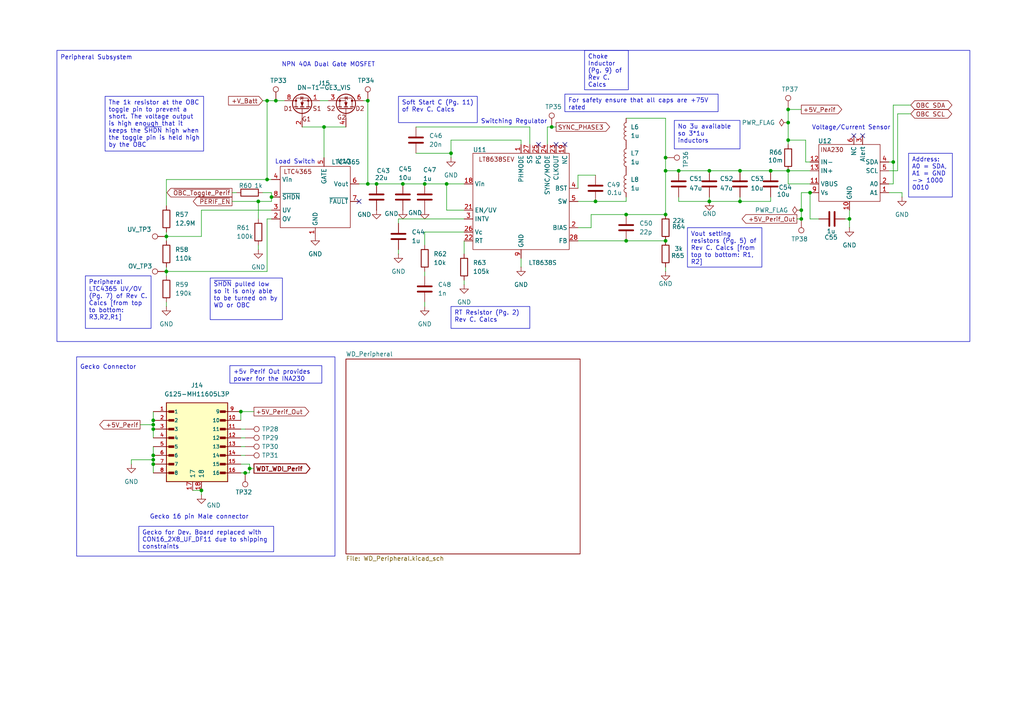
<source format=kicad_sch>
(kicad_sch (version 20250114) (generator "eeschema") (generator_version "9.0")
  (paper "A4")
  (lib_symbols
    (symbol "16 Pin Gecko Male Connector:G125-MH11605L3P" (pin_names (offset 1.016))
      (property "Reference" "J" (at -9.39 12.7 0))
      (property "Value" "G125-MH11605L3P" (at -8.89 -12.7 0))
      (symbol "G125-MH11605L3P_0_0"
        (rectangle (start -8.89 12.7) (end 8.89 -10.16) (stroke (width 0.254)) (fill (type background)))
        (rectangle (start -8.255 9.8425) (end -6.6675 10.4775) (stroke (width 0.1)) (fill (type outline)))
        (rectangle (start -8.255 7.3025) (end -6.6675 7.9375) (stroke (width 0.1)) (fill (type outline)))
        (rectangle (start -8.255 4.7625) (end -6.6675 5.3975) (stroke (width 0.1)) (fill (type outline)))
        (rectangle (start -8.255 2.2225) (end -6.6675 2.8575) (stroke (width 0.1)) (fill (type outline)))
        (rectangle (start -8.255 -0.3175) (end -6.6675 0.3175) (stroke (width 0.1)) (fill (type outline)))
        (rectangle (start -8.255 -2.8575) (end -6.6675 -2.2225) (stroke (width 0.1)) (fill (type outline)))
        (rectangle (start -8.255 -5.3975) (end -6.6675 -4.7625) (stroke (width 0.1)) (fill (type outline)))
        (rectangle (start -8.255 -7.9375) (end -6.6675 -7.3025) (stroke (width 0.1)) (fill (type outline)))
        (rectangle (start 8.255 9.8425) (end 6.6675 10.4775) (stroke (width 0.1)) (fill (type outline)))
        (rectangle (start 8.255 7.3025) (end 6.6675 7.9375) (stroke (width 0.1)) (fill (type outline)))
        (rectangle (start 8.255 4.7625) (end 6.6675 5.3975) (stroke (width 0.1)) (fill (type outline)))
        (rectangle (start 8.255 2.2225) (end 6.6675 2.8575) (stroke (width 0.1)) (fill (type outline)))
        (rectangle (start 8.255 -0.3175) (end 6.6675 0.3175) (stroke (width 0.1)) (fill (type outline)))
        (rectangle (start 8.255 -2.8575) (end 6.6675 -2.2225) (stroke (width 0.1)) (fill (type outline)))
        (rectangle (start 8.255 -5.3975) (end 6.6675 -4.7625) (stroke (width 0.1)) (fill (type outline)))
        (rectangle (start 8.255 -7.9375) (end 6.6675 -7.3025) (stroke (width 0.1)) (fill (type outline)))
        (pin passive line (at -12.7 10.16 0) (length 5.08) (name "1") (number "1"))
        (pin passive line (at -12.7 7.62 0) (length 5.08) (name "2") (number "2"))
        (pin passive line (at -12.7 5.08 0) (length 5.08) (name "3") (number "3"))
        (pin passive line (at -12.7 2.54 0) (length 5.08) (name "4") (number "4"))
        (pin passive line (at -12.7 0 0) (length 5.08) (name "5") (number "5"))
        (pin passive line (at -12.7 -2.54 0) (length 5.08) (name "6") (number "6"))
        (pin passive line (at -12.7 -5.08 0) (length 5.08) (name "7") (number "7"))
        (pin passive line (at -12.7 -7.62 0) (length 5.08) (name "8") (number "8"))
        (pin passive line (at 12.7 10.16 180) (length 5.08) (name "9") (number "9"))
        (pin passive line (at 12.7 7.62 180) (length 5.08) (name "10") (number "10"))
        (pin passive line (at 12.7 5.08 180) (length 5.08) (name "11") (number "11"))
        (pin passive line (at 12.7 2.54 180) (length 5.08) (name "12") (number "12"))
        (pin passive line (at 12.7 0 180) (length 5.08) (name "13") (number "13"))
        (pin passive line (at 12.7 -2.54 180) (length 5.08) (name "14") (number "14"))
        (pin passive line (at 12.7 -5.08 180) (length 5.08) (name "15") (number "15"))
        (pin passive line (at 12.7 -7.62 180) (length 5.08) (name "16") (number "16"))
      )
      (symbol "G125-MH11605L3P_1_1"
        (pin passive line (at -1.27 -12.7 90) (length 2.54) (name "17") (number "17"))
        (pin passive line (at 1.27 -12.7 90) (length 2.54) (name "18") (number "18"))
      )
    )
    (symbol "Connector:TestPoint" (pin_numbers (hide yes)) (pin_names (offset 0.762) (hide yes))
      (property "Reference" "TP" (at 0 6.858 0))
      (property "Value" "TestPoint" (at 0 5.08 0))
      (symbol "TestPoint_0_1"
        (circle (center 0 3.302) (radius 0.762))
      )
      (symbol "TestPoint_1_1"
        (pin passive line (at 0 0 90) (length 2.54) (name "1") (number "1"))
      )
    )
    (symbol "Device:C" (pin_numbers (hide yes)) (pin_names (offset 0.254))
      (property "Reference" "C" (at 0.635 2.54 0))
      (property "Value" "C" (at 0.635 -2.54 0))
      (symbol "C_0_1"
        (polyline (pts (xy -2.032 0.762) (xy 2.032 0.762)) (stroke (width 0.508)))
        (polyline (pts (xy -2.032 -0.762) (xy 2.032 -0.762)) (stroke (width 0.508)))
      )
      (symbol "C_1_1"
        (pin passive line (at 0 3.81 270) (length 2.794) (name "~") (number "1"))
        (pin passive line (at 0 -3.81 90) (length 2.794) (name "~") (number "2"))
      )
    )
    (symbol "Device:L" (pin_numbers (hide yes)) (pin_names (offset 1.016) (hide yes))
      (property "Reference" "L" (at -1.27 0 90))
      (property "Value" "L" (at 1.905 0 90))
      (symbol "L_0_1"
        (arc (start 0 2.54) (mid 0.6323 1.905) (end 0 1.27))
        (arc (start 0 1.27) (mid 0.6323 0.635) (end 0 0))
        (arc (start 0 0) (mid 0.6323 -0.635) (end 0 -1.27))
        (arc (start 0 -1.27) (mid 0.6323 -1.905) (end 0 -2.54))
      )
      (symbol "L_1_1"
        (pin passive line (at 0 3.81 270) (length 1.27) (name "1") (number "1"))
        (pin passive line (at 0 -3.81 90) (length 1.27) (name "2") (number "2"))
      )
    )
    (symbol "Device:R" (pin_numbers (hide yes)) (pin_names (offset 0))
      (property "Reference" "R" (at 2.032 0 90))
      (property "Value" "R" (at 0 0 90))
      (symbol "R_0_1"
        (rectangle (start -1.016 -2.54) (end 1.016 2.54) (stroke (width 0.254)))
      )
      (symbol "R_1_1"
        (pin passive line (at 0 3.81 270) (length 1.27) (name "~") (number "1"))
        (pin passive line (at 0 -3.81 90) (length 1.27) (name "~") (number "2"))
      )
    )
    (symbol "INA230:INA230 [RGT PACKAGE]"
      (property "Reference" "U" (at 7.62 7.62 0))
      (property "Value" "INA230" (at 0 0 0))
      (symbol "INA230 [RGT PACKAGE]_0_1"
        (rectangle (start -8.89 8.89) (end 8.89 -7.62))
      )
      (symbol "INA230 [RGT PACKAGE]_1_1"
        (text "INA230" (at -5.08 7.366 0) (effects (font (size 1.27 1.27))))
        (pin input line (at -11.43 3.81 0) (length 2.54) (name "IN-") (number "12"))
        (pin input line (at -11.43 1.27 0) (length 2.54) (name "IN+") (number "13"))
        (pin input line (at -11.43 -2.54 0) (length 2.54) (name "VBUS") (number "11"))
        (pin power_in line (at -11.43 -5.08 0) (length 2.54) (name "Vs") (number "9"))
        (pin power_in line (at 0 -10.16 90) (length 2.54) (name "GND") (number "10"))
        (pin passive line (at 1.27 11.43 270) (length 2.54) (name "NC") (number "6"))
        (pin output line (at 3.81 11.43 270) (length 2.54) (name "Alert") (number "3"))
        (pin bidirectional line (at 11.43 3.81 180) (length 2.54) (name "SDA") (number "4"))
        (pin bidirectional line (at 11.43 1.27 180) (length 2.54) (name "SCL") (number "5"))
        (pin input line (at 11.43 -2.54 180) (length 2.54) (name "A0") (number "2"))
        (pin input line (at 11.43 -5.08 180) (length 2.54) (name "A1") (number "1"))
      )
    )
    (symbol "LT8638SEV#PBF:LT863SEV#PBF"
      (property "Reference" "U" (at 12.954 -2.286 0))
      (property "Value" "LT8638S" (at 0 0 0))
      (symbol "LT863SEV#PBF_0_1"
        (rectangle (start -13.97 15.24) (end 13.97 -12.7))
      )
      (symbol "LT863SEV#PBF_1_1"
        (text "LT8638SEV\n" (at -7.112 13.462 0) (effects (font (size 1.27 1.27))))
        (pin power_in line (at -16.51 6.35 0) (length 2.54) (name "Vin") (number "18"))
        (pin input line (at -16.51 -1.27 0) (length 2.54) (name "EN/UV") (number "21"))
        (pin input line (at -16.51 -3.81 0) (length 2.54) (name "INTV") (number "3"))
        (pin input line (at -16.51 -7.62 0) (length 2.54) (name "Vc") (number "26"))
        (pin passive line (at -16.51 -10.16 0) (length 2.54) (name "RT") (number "22"))
        (pin passive line (at 0 17.78 270) (length 2.54) (name "PHMODE") (number "1"))
        (pin power_in line (at 0 -15.24 90) (length 2.54) (name "GND") (number "9"))
        (pin passive line (at 2.54 17.78 270) (length 2.54) (name "SS") (number "27"))
        (pin passive line (at 5.08 17.78 270) (length 2.54) (name "PG") (number "25"))
        (pin passive line (at 7.62 17.78 270) (length 2.54) (name "SYNC/MODE") (number "24"))
        (pin passive line (at 10.16 17.78 270) (length 2.54) (name "CLKOUT") (number "23"))
        (pin passive line (at 12.7 17.78 270) (length 2.54) (name "NC") (number "19"))
        (pin power_out line (at 16.51 5.08 180) (length 2.54) (name "BST") (number "4"))
        (pin power_out line (at 16.51 1.27 180) (length 2.54) (name "SW") (number "5"))
        (pin power_out line (at 16.51 -6.35 180) (length 2.54) (name "BIAS") (number "2"))
        (pin power_out line (at 16.51 -10.16 180) (length 2.54) (name "FB") (number "28"))
      )
    )
    (symbol "LTC4365:LTC4365"
      (property "Reference" "U" (at 7.874 -7.874 0))
      (property "Value" "LTC4365" (at 0 0 0))
      (symbol "LTC4365_0_1"
        (rectangle (start -11.43 8.89) (end 8.89 -8.89))
      )
      (symbol "LTC4365_1_1"
        (text "LTC4365\n" (at -6.35 7.366 0) (effects (font (size 1.27 1.27))))
        (pin power_in line (at -13.97 5.08 0) (length 2.54) (name "Vin") (number "4"))
        (pin passive line (at -13.97 0 0) (length 2.54) (name "~{SHDN}") (number "8"))
        (pin input line (at -13.97 -3.81 0) (length 2.54) (name "UV") (number "3"))
        (pin input line (at -13.97 -6.35 0) (length 2.54) (name "OV") (number "2"))
        (pin power_in line (at -1.27 -11.43 90) (length 2.54) (name "GND") (number "1"))
        (pin output line (at 1.27 11.43 270) (length 2.54) (name "GATE") (number "5"))
        (pin passive line (at 11.43 3.81 180) (length 2.54) (name "Vout") (number "6"))
        (pin output line (at 11.43 -1.27 180) (length 2.54) (name "~{FAULT}") (number "7"))
      )
    )
    (symbol "SISB46DN:SISB46DN"
      (property "Value" "DN-T1-GE3_VIS" (at 0 0 0))
      (symbol "SISB46DN_0_1"
        (polyline (pts (xy -8.89 1.27) (xy -8.128 1.27)))
        (polyline (pts (xy -8.636 -0.508) (xy -7.62 -0.508)) (stroke (width 0.254)))
        (polyline (pts (xy -8.255 -1.016) (xy -4.445 -1.016)) (stroke (width 0.254)))
        (circle (center -8.128 1.27) (radius 0.254) (fill (type outline)))
        (polyline (pts (xy -6.858 1.524) (xy -6.731 1.651) (xy -6.731 2.413) (xy -6.604 2.54)))
        (polyline (pts (xy -6.858 -0.508) (xy -5.842 -0.508)) (stroke (width 0.254)))
        (polyline (pts (xy -6.731 2.032) (xy -6.096 1.651) (xy -6.096 2.413) (xy -6.731 2.032)))
        (circle (center -6.35 0.381) (radius 2.794) (stroke (width 0.254)))
        (polyline (pts (xy -6.35 -0.254) (xy -6.731 0.762) (xy -5.969 0.762) (xy -6.35 -0.254)) (fill (type outline)))
        (polyline (pts (xy -6.35 -1.016) (xy -6.35 -3.81)))
        (polyline (pts (xy -5.08 -0.508) (xy -4.064 -0.508)) (stroke (width 0.254)))
        (circle (center -4.572 1.27) (radius 0.254) (fill (type outline)))
        (polyline (pts (xy -4.572 -0.508) (xy -4.572 2.032) (xy -8.128 2.032) (xy -8.128 -0.508)))
        (polyline (pts (xy -3.81 1.27) (xy -6.35 1.27) (xy -6.35 -0.508)))
        (polyline (pts (xy 3.81 1.27) (xy 6.35 1.27) (xy 6.35 -0.508)))
        (circle (center 4.572 1.27) (radius 0.254) (fill (type outline)))
        (polyline (pts (xy 4.572 -0.508) (xy 4.572 2.032) (xy 8.128 2.032) (xy 8.128 -0.508)))
        (polyline (pts (xy 5.08 -0.508) (xy 4.064 -0.508)) (stroke (width 0.254)))
        (circle (center 6.35 0.381) (radius 2.794) (stroke (width 0.254)))
        (polyline (pts (xy 6.35 -0.254) (xy 6.731 0.762) (xy 5.969 0.762) (xy 6.35 -0.254)) (fill (type outline)))
        (polyline (pts (xy 6.35 -1.016) (xy 6.35 -3.81)))
        (polyline (pts (xy 6.731 2.032) (xy 6.096 1.651) (xy 6.096 2.413) (xy 6.731 2.032)))
        (polyline (pts (xy 6.858 1.524) (xy 6.731 1.651) (xy 6.731 2.413) (xy 6.604 2.54)))
        (polyline (pts (xy 6.858 -0.508) (xy 5.842 -0.508)) (stroke (width 0.254)))
        (circle (center 8.128 1.27) (radius 0.254) (fill (type outline)))
        (polyline (pts (xy 8.255 -1.016) (xy 4.445 -1.016)) (stroke (width 0.254)))
        (polyline (pts (xy 8.636 -0.508) (xy 7.62 -0.508)) (stroke (width 0.254)))
        (polyline (pts (xy 8.89 1.27) (xy 8.128 1.27)))
      )
      (symbol "SISB46DN_1_1"
        (text "D1" (at -10.414 -1.016 0) (effects (font (size 1.27 1.27))))
        (text "G1" (at -5.08 -4.064 0) (effects (font (size 1.27 1.27))))
        (text "S1" (at -2.032 -1.016 0) (effects (font (size 1.27 1.27))))
        (text "S2" (at 2.032 -1.016 0) (effects (font (size 1.27 1.27))))
        (text "G2" (at 5.08 -3.556 0) (effects (font (size 1.27 1.27))))
        (text "D2" (at 10.414 -1.016 0) (effects (font (size 1.27 1.27))))
        (pin passive line (at -11.43 1.27 0) (length 2.54) (hide yes) (name "") (number "7"))
        (pin power_in line (at -11.43 1.27 0) (length 2.54) (name "") (number "8"))
        (pin input line (at -6.35 -6.35 90) (length 2.54) (name "") (number "2"))
        (pin passive line (at -1.27 1.27 180) (length 2.54) (name "") (number "1"))
        (pin passive line (at 1.27 1.27 0) (length 2.54) (name "") (number "3"))
        (pin input line (at 6.35 -6.35 90) (length 2.54) (name "") (number "4"))
        (pin passive line (at 11.43 1.27 180) (length 2.54) (hide yes) (name "") (number "5"))
        (pin power_out line (at 11.43 1.27 180) (length 2.54) (name "") (number "6"))
      )
    )
    (symbol "power:GND" (power) (pin_numbers (hide yes)) (pin_names (offset 0) (hide yes))
      (property "Value" "GND" (at 0 -3.81 0))
      (symbol "GND_0_1"
        (polyline (pts (xy 0 0) (xy 0 -1.27) (xy 1.27 -1.27) (xy 0 -2.54) (xy -1.27 -1.27) (xy 0 -1.27)))
      )
      (symbol "GND_1_1"
        (pin power_in line (at 0 0 270) (length 0) (name "~") (number "1"))
      )
    )
    (symbol "power:PWR_FLAG" (power) (pin_numbers (hide yes)) (pin_names (offset 0) (hide yes))
      (property "Value" "PWR_FLAG" (at 0 3.81 0))
      (symbol "PWR_FLAG_0_0"
        (pin power_out line (at 0 0 90) (length 0) (name "~") (number "1"))
      )
      (symbol "PWR_FLAG_0_1"
        (polyline (pts (xy 0 0) (xy 0 1.27) (xy -1.016 1.905) (xy 0 2.54) (xy 1.016 1.905) (xy 0 1.27)))
      )
    )
  )
  (rectangle (start 16.51 14.605) (end 281.305 99.06))
  (rectangle (start 22.225 103.505) (end 97.155 161.29))
  (text "NPN 40A Dual Gate MOSFET" (at 95.25 18.796 0) (effects (font (size 1.27 1.27))))
  (text "Peripheral Subsystem" (at 27.94 16.764 0) (effects (font (size 1.27 1.27))))
  (text "Load Switch" (at 85.598 46.99 0) (effects (font (size 1.27 1.27))))
  (text "Switching Regulator" (at 149.098 35.306 0) (effects (font (size 1.27 1.27))))
  (text "Gecko Connector" (at 31.369 106.553 0) (effects (font (size 1.27 1.27))))
  (text "Gecko 16 pin Male connector" (at 57.785 149.987 0) (effects (font (size 1.27 1.27))))
  (text "Voltage/Current Sensor" (at 246.888 37.084 0) (effects (font (size 1.27 1.27))))
  (text_box "The 1k resistor at the OBC toggle pin to prevent a short. The voltage output is high enough that it keeps the ~{SHDN} high when the toggle pin is held high by the OBC" (at 30.48 27.94 0) (size 28.575 15.875) (margins 0.9525 0.9525 0.9525 0.9525) (effects (font (size 1.27 1.27)) (justify left top)))
  (text_box "Vout setting resistors (Pg. 5) of Rev C. Calcs [from top to bottom: R1, R2]" (at 199.39 66.04 0) (size 21.59 11.43) (margins 0.9525 0.9525 0.9525 0.9525) (effects (font (size 1.27 1.27)) (justify left top)))
  (text_box "~{SHDN} pulled low so it is only able to be turned on by WD or OBC" (at 60.96 80.645 0) (size 20.955 12.065) (margins 0.9525 0.9525 0.9525 0.9525) (effects (font (size 1.27 1.27)) (justify left top)))
  (text_box "For safety ensure that all caps are +75V rated" (at 163.83 27.305 0) (size 44.45 5.08) (margins 0.9525 0.9525 0.9525 0.9525) (effects (font (size 1.27 1.27)) (justify left top)))
  (text_box "Gecko for Dev. Board replaced with CON16_2X8_UF_DF11 due to shipping constraints" (at 40.259 152.654 0) (size 39.116 7.366) (margins 0.9525 0.9525 0.9525 0.9525) (effects (font (size 1.27 1.27)) (justify left top)))
  (text_box "Address: A0 = SDA, A1 = GND -> 1000 0010\n\n" (at 263.525 44.45 0) (size 12.7 12.7) (margins 0.9525 0.9525 0.9525 0.9525) (effects (font (size 1.27 1.27)) (justify left top)))
  (text_box "Soft Start C (Pg. 11) of Rev C. Calcs" (at 115.57 27.94 0) (size 22.86 7.62) (margins 0.9525 0.9525 0.9525 0.9525) (effects (font (size 1.27 1.27)) (justify left top)))
  (text_box "No 3u available so 3*1u inductors" (at 195.58 34.925 0) (size 19.05 8.255) (margins 0.9525 0.9525 0.9525 0.9525) (effects (font (size 1.27 1.27)) (justify left top)))
  (text_box "Peripheral LTC4365 UV/OV (Pg. 7) of Rev C. Calcs [from top to bottom: R3,R2,R1]" (at 24.765 80.01 0) (size 19.05 15.24) (margins 0.9525 0.9525 0.9525 0.9525) (effects (font (size 1.27 1.27)) (justify left top)))
  (text_box "Choke Inductor (Pg. 9) of Rev C. Calcs" (at 169.545 14.605 0) (size 12.7 11.43) (margins 0.9525 0.9525 0.9525 0.9525) (effects (font (size 1.27 1.27)) (justify left top)))
  (text_box "+5v Perif Out provides power for the INA230" (at 66.675 106.045 0) (size 26.67 5.08) (margins 0.9525 0.9525 0.9525 0.9525) (effects (font (size 1.27 1.27)) (justify left top)))
  (text_box "RT Resistor (Pg. 2) Rev C. Calcs" (at 130.81 88.9 0) (size 22.86 6.35) (margins 0.9525 0.9525 0.9525 0.9525) (effects (font (size 1.27 1.27)) (justify left top)))
  (junction (at 44.45 134.62))
  (junction (at 77.47 52.07))
  (junction (at 228.6 35.56))
  (junction (at 109.22 53.34))
  (junction (at 129.54 53.34))
  (junction (at 74.93 58.42))
  (junction (at 246.38 63.5))
  (junction (at 93.98 36.83))
  (junction (at 106.68 53.34))
  (junction (at 58.42 142.24))
  (junction (at 214.63 58.42))
  (junction (at 72.39 135.89))
  (junction (at 193.04 45.72))
  (junction (at 196.85 49.53))
  (junction (at 78.74 57.15))
  (junction (at 77.47 29.21))
  (junction (at 193.04 69.85))
  (junction (at 160.02 36.83))
  (junction (at 44.45 133.35))
  (junction (at 181.61 69.85))
  (junction (at 228.6 49.53))
  (junction (at 71.12 137.16))
  (junction (at 234.95 55.88))
  (junction (at 130.81 44.45))
  (junction (at 106.68 29.21))
  (junction (at 223.52 49.53))
  (junction (at 44.45 124.46))
  (junction (at 214.63 49.53))
  (junction (at 48.26 78.74))
  (junction (at 44.45 123.19))
  (junction (at 205.74 49.53))
  (junction (at 232.41 60.96))
  (junction (at 116.84 53.34))
  (junction (at 123.19 53.34))
  (junction (at 80.01 29.21))
  (junction (at 44.45 132.08))
  (junction (at 232.41 63.5))
  (junction (at 69.85 119.38))
  (junction (at 193.04 62.23))
  (junction (at 48.26 68.58))
  (junction (at 193.04 49.53))
  (junction (at 172.72 58.42))
  (junction (at 181.61 62.23))
  (junction (at 205.74 58.42))
  (junction (at 44.45 121.92))
  (junction (at 228.6 40.64))
  (junction (at 228.6 31.75))
  (junction (at 259.08 46.99))
  (no_connect (at 247.65 39.37))
  (no_connect (at 163.83 41.91))
  (no_connect (at 104.14 58.42))
  (no_connect (at 161.29 41.91))
  (no_connect (at 156.21 41.91))
  (no_connect (at 250.19 39.37))
  (wire (pts (xy 171.45 62.23) (xy 171.45 66.04)))
  (wire (pts (xy 38.1 133.35) (xy 44.45 133.35)))
  (wire (pts (xy 123.19 87.63) (xy 123.19 88.9)))
  (wire (pts (xy 158.75 36.83) (xy 158.75 41.91)))
  (wire (pts (xy 58.42 142.24) (xy 58.42 143.51)))
  (wire (pts (xy 232.41 60.96) (xy 232.41 55.88)))
  (wire (pts (xy 228.6 49.53) (xy 234.95 49.53)))
  (wire (pts (xy 93.98 36.83) (xy 93.98 45.72)))
  (wire (pts (xy 193.04 49.53) (xy 193.04 62.23)))
  (wire (pts (xy 193.04 34.29) (xy 193.04 45.72)))
  (wire (pts (xy 38.1 134.62) (xy 38.1 133.35)))
  (wire (pts (xy 76.2 55.88) (xy 78.74 55.88)))
  (wire (pts (xy 115.57 72.39) (xy 115.57 73.66)))
  (wire (pts (xy 48.26 77.47) (xy 48.26 78.74)))
  (wire (pts (xy 257.81 55.88) (xy 261.62 55.88)))
  (wire (pts (xy 123.19 67.31) (xy 123.19 71.12)))
  (wire (pts (xy 48.26 52.07) (xy 77.47 52.07)))
  (wire (pts (xy 232.41 55.88) (xy 234.95 55.88)))
  (wire (pts (xy 245.11 63.5) (xy 246.38 63.5)))
  (wire (pts (xy 259.08 46.99) (xy 259.08 30.48)))
  (wire (pts (xy 104.14 53.34) (xy 106.68 53.34)))
  (wire (pts (xy 196.85 49.53) (xy 205.74 49.53)))
  (wire (pts (xy 74.93 58.42) (xy 78.74 58.42)))
  (wire (pts (xy 69.85 127) (xy 71.12 127)))
  (wire (pts (xy 58.42 60.96) (xy 58.42 68.58)))
  (wire (pts (xy 72.39 135.89) (xy 72.39 137.16)))
  (wire (pts (xy 151.13 40.64) (xy 130.81 40.64)))
  (wire (pts (xy 134.62 60.96) (xy 129.54 60.96)))
  (wire (pts (xy 69.85 132.08) (xy 71.12 132.08)))
  (wire (pts (xy 233.68 40.64) (xy 233.68 46.99)))
  (wire (pts (xy 193.04 45.72) (xy 193.04 49.53)))
  (wire (pts (xy 167.64 58.42) (xy 172.72 58.42)))
  (wire (pts (xy 167.64 69.85) (xy 181.61 69.85)))
  (wire (pts (xy 196.85 58.42) (xy 205.74 58.42)))
  (wire (pts (xy 48.26 68.58) (xy 58.42 68.58)))
  (wire (pts (xy 44.45 121.92) (xy 44.45 123.19)))
  (wire (pts (xy 116.84 53.34) (xy 123.19 53.34)))
  (wire (pts (xy 223.52 58.42) (xy 223.52 57.15)))
  (wire (pts (xy 228.6 40.64) (xy 233.68 40.64)))
  (wire (pts (xy 120.65 44.45) (xy 130.81 44.45)))
  (wire (pts (xy 171.45 62.23) (xy 181.61 62.23)))
  (wire (pts (xy 48.26 52.07) (xy 48.26 59.69)))
  (wire (pts (xy 80.01 29.21) (xy 82.55 29.21)))
  (wire (pts (xy 233.68 46.99) (xy 234.95 46.99)))
  (wire (pts (xy 260.35 49.53) (xy 260.35 33.02)))
  (wire (pts (xy 44.45 134.62) (xy 44.45 137.16)))
  (wire (pts (xy 193.04 78.74) (xy 193.04 77.47)))
  (wire (pts (xy 74.93 71.12) (xy 74.93 72.39)))
  (wire (pts (xy 44.45 133.35) (xy 44.45 134.62)))
  (wire (pts (xy 181.61 69.85) (xy 193.04 69.85)))
  (wire (pts (xy 205.74 49.53) (xy 214.63 49.53)))
  (wire (pts (xy 44.45 129.54) (xy 44.45 132.08)))
  (wire (pts (xy 205.74 58.42) (xy 214.63 58.42)))
  (wire (pts (xy 48.26 67.31) (xy 48.26 68.58)))
  (wire (pts (xy 93.98 36.83) (xy 100.33 36.83)))
  (wire (pts (xy 130.81 45.72) (xy 130.81 44.45)))
  (wire (pts (xy 181.61 58.42) (xy 181.61 57.15)))
  (wire (pts (xy 228.6 40.64) (xy 228.6 41.91)))
  (wire (pts (xy 205.74 57.15) (xy 205.74 58.42)))
  (wire (pts (xy 115.57 63.5) (xy 134.62 63.5)))
  (wire (pts (xy 78.74 55.88) (xy 78.74 57.15)))
  (wire (pts (xy 257.81 53.34) (xy 259.08 53.34)))
  (wire (pts (xy 214.63 49.53) (xy 223.52 49.53)))
  (wire (pts (xy 67.31 58.42) (xy 74.93 58.42)))
  (wire (pts (xy 69.85 129.54) (xy 71.12 129.54)))
  (wire (pts (xy 67.31 55.88) (xy 68.58 55.88)))
  (wire (pts (xy 69.85 119.38) (xy 69.85 121.92)))
  (wire (pts (xy 44.45 119.38) (xy 44.45 121.92)))
  (wire (pts (xy 134.62 81.28) (xy 134.62 82.55)))
  (wire (pts (xy 234.95 63.5) (xy 237.49 63.5)))
  (wire (pts (xy 172.72 58.42) (xy 181.61 58.42)))
  (wire (pts (xy 129.54 53.34) (xy 134.62 53.34)))
  (wire (pts (xy 48.26 87.63) (xy 48.26 88.9)))
  (wire (pts (xy 69.85 119.38) (xy 73.66 119.38)))
  (wire (pts (xy 48.26 78.74) (xy 77.47 78.74)))
  (wire (pts (xy 167.64 66.04) (xy 171.45 66.04)))
  (wire (pts (xy 153.67 36.83) (xy 120.65 36.83)))
  (wire (pts (xy 228.6 49.53) (xy 228.6 53.34)))
  (wire (pts (xy 257.81 46.99) (xy 259.08 46.99)))
  (wire (pts (xy 69.85 124.46) (xy 71.12 124.46)))
  (wire (pts (xy 181.61 34.29) (xy 193.04 34.29)))
  (wire (pts (xy 223.52 49.53) (xy 228.6 49.53)))
  (wire (pts (xy 109.22 53.34) (xy 116.84 53.34)))
  (wire (pts (xy 151.13 74.93) (xy 151.13 77.47)))
  (wire (pts (xy 246.38 66.04) (xy 246.38 63.5)))
  (wire (pts (xy 214.63 57.15) (xy 214.63 58.42)))
  (wire (pts (xy 130.81 40.64) (xy 130.81 44.45)))
  (wire (pts (xy 134.62 69.85) (xy 134.62 73.66)))
  (wire (pts (xy 58.42 60.96) (xy 78.74 60.96)))
  (wire (pts (xy 228.6 31.75) (xy 232.41 31.75)))
  (wire (pts (xy 260.35 33.02) (xy 264.16 33.02)))
  (wire (pts (xy 259.08 30.48) (xy 264.16 30.48)))
  (wire (pts (xy 234.95 55.88) (xy 234.95 63.5)))
  (wire (pts (xy 232.41 63.5) (xy 232.41 60.96)))
  (wire (pts (xy 77.47 63.5) (xy 78.74 63.5)))
  (wire (pts (xy 69.85 134.62) (xy 72.39 134.62)))
  (wire (pts (xy 77.47 52.07) (xy 78.74 52.07)))
  (wire (pts (xy 161.29 36.83) (xy 160.02 36.83)))
  (wire (pts (xy 228.6 53.34) (xy 234.95 53.34)))
  (wire (pts (xy 160.02 36.83) (xy 158.75 36.83)))
  (wire (pts (xy 261.62 55.88) (xy 261.62 57.15)))
  (wire (pts (xy 77.47 52.07) (xy 77.47 29.21)))
  (wire (pts (xy 77.47 78.74) (xy 77.47 63.5)))
  (wire (pts (xy 74.93 58.42) (xy 74.93 63.5)))
  (wire (pts (xy 196.85 57.15) (xy 196.85 58.42)))
  (wire (pts (xy 105.41 29.21) (xy 106.68 29.21)))
  (wire (pts (xy 40.64 123.19) (xy 44.45 123.19)))
  (wire (pts (xy 72.39 134.62) (xy 72.39 135.89)))
  (wire (pts (xy 48.26 68.58) (xy 48.26 69.85)))
  (wire (pts (xy 106.68 29.21) (xy 106.68 53.34)))
  (wire (pts (xy 78.74 58.42) (xy 78.74 57.15)))
  (wire (pts (xy 72.39 137.16) (xy 71.12 137.16)))
  (wire (pts (xy 257.81 49.53) (xy 260.35 49.53)))
  (wire (pts (xy 153.67 41.91) (xy 153.67 36.83)))
  (wire (pts (xy 129.54 60.96) (xy 129.54 53.34)))
  (wire (pts (xy 214.63 58.42) (xy 223.52 58.42)))
  (wire (pts (xy 48.26 78.74) (xy 48.26 80.01)))
  (wire (pts (xy 228.6 35.56) (xy 228.6 31.75)))
  (wire (pts (xy 151.13 40.64) (xy 151.13 41.91)))
  (wire (pts (xy 106.68 53.34) (xy 109.22 53.34)))
  (wire (pts (xy 167.64 54.61) (xy 167.64 50.8)))
  (wire (pts (xy 231.14 63.5) (xy 232.41 63.5)))
  (wire (pts (xy 72.39 135.89) (xy 73.66 135.89)))
  (wire (pts (xy 92.71 29.21) (xy 95.25 29.21)))
  (wire (pts (xy 44.45 123.19) (xy 44.45 124.46)))
  (wire (pts (xy 228.6 40.64) (xy 228.6 35.56)))
  (wire (pts (xy 167.64 50.8) (xy 172.72 50.8)))
  (wire (pts (xy 181.61 62.23) (xy 193.04 62.23)))
  (wire (pts (xy 259.08 53.34) (xy 259.08 46.99)))
  (wire (pts (xy 123.19 78.74) (xy 123.19 80.01)))
  (wire (pts (xy 44.45 124.46) (xy 44.45 127)))
  (wire (pts (xy 87.63 36.83) (xy 93.98 36.83)))
  (wire (pts (xy 246.38 63.5) (xy 246.38 60.96)))
  (wire (pts (xy 115.57 64.77) (xy 115.57 63.5)))
  (wire (pts (xy 134.62 67.31) (xy 123.19 67.31)))
  (wire (pts (xy 77.47 29.21) (xy 80.01 29.21)))
  (wire (pts (xy 44.45 132.08) (xy 44.45 133.35)))
  (wire (pts (xy 71.12 137.16) (xy 69.85 137.16)))
  (wire (pts (xy 55.88 142.24) (xy 58.42 142.24)))
  (wire (pts (xy 123.19 53.34) (xy 129.54 53.34)))
  (wire (pts (xy 76.2 29.21) (xy 77.47 29.21)))
  (wire (pts (xy 193.04 49.53) (xy 196.85 49.53)))
  (global_label "OBC SDA" (shape bidirectional) (at 264.16 30.48 0) (property "Intersheetrefs" "${INTERSHEET_REFS}" (effects (hide yes))))
  (global_label "+5V_Perif_Out" (shape output) (at 73.66 119.38 0) (property "Intersheetrefs" "${INTERSHEET_REFS}" (effects (hide yes))))
  (global_label "~{PERIF_EN}" (shape output) (at 67.31 58.42 180) (property "Intersheetrefs" "${INTERSHEET_REFS}" (effects (hide yes))))
  (global_label "+5V_Perif_Out" (shape output) (at 231.14 63.5 180) (property "Intersheetrefs" "${INTERSHEET_REFS}" (effects (hide yes))))
  (global_label "WDT_WDI_Perif" (shape output) (at 73.66 135.89 0) (effects (font (thickness 0.254) (bold yes))) (property "Intersheetrefs" "${INTERSHEET_REFS}" (effects (hide yes))))
  (global_label "SYNC_PHASE3" (shape output) (at 161.29 36.83 0) (property "Intersheetrefs" "${INTERSHEET_REFS}" (effects (hide yes))))
  (global_label "+5V_Perif" (shape output) (at 232.41 31.75 0) (property "Intersheetrefs" "${INTERSHEET_REFS}" (effects (hide yes))))
  (global_label "~{OBC_Toggle_Perif}" (shape output) (at 67.31 55.88 180) (property "Intersheetrefs" "${INTERSHEET_REFS}" (effects (hide yes))))
  (global_label "OBC SCL" (shape bidirectional) (at 264.16 33.02 0) (property "Intersheetrefs" "${INTERSHEET_REFS}" (effects (hide yes))))
  (global_label "+5V_Perif" (shape output) (at 40.64 123.19 180) (property "Intersheetrefs" "${INTERSHEET_REFS}" (effects (hide yes))))
  (global_label "+V_Batt" (shape input) (at 76.2 29.21 180) (property "Intersheetrefs" "${INTERSHEET_REFS}" (effects (hide yes))))
  (symbol (lib_id "power:GND") (at 205.74 58.42 0) (unit 1)
    (property "Reference" "#PWR073" (effects (hide yes)))
    (property "Value" "GND" (at 205.74 61.976 0))
    (property "Description" "Power symbol creates a global label with name \"GND\" , ground" (effects (hide yes)))
  )
  (symbol (lib_id "Device:R") (at 48.26 83.82 0) (unit 1)
    (property "Reference" "R59" (at 50.8 82.5499 0) (effects (justify left)))
    (property "Value" "190k" (at 50.8 85.0899 0) (effects (justify left)))
    (property "Footprint" "Resistor_SMD:R_0603_1608Metric" (effects (hide yes)))
    (property "Description" "Resistor" (effects (hide yes)))
    (property "LCSC" "C25811" (effects (hide yes)))
  )
  (symbol (lib_id "Connector:TestPoint") (at 71.12 124.46 270) (unit 1)
    (property "Reference" "TP28" (at 75.946 124.46 90) (effects (justify left)))
    (property "Value" "TestPoint" (effects (hide yes)))
    (property "Footprint" "TestPoint:TestPoint_Pad_1.0x1.0mm" (effects (hide yes)))
    (property "Description" "test point" (effects (hide yes)))
  )
  (symbol (lib_id "SISB46DN:SISB46DN") (at 93.98 30.48 0) (unit 1)
    (property "Reference" "J15" (at 93.98 24.13 0))
    (property "Value" "DN-T1-GE3_VIS" (at 93.98 25.4 0))
    (property "Footprint" "RevC Footprints:SISB46DN-T1-GE3" (effects (hide yes)))
    (property "Datasheet" "https://www.vishay.com/docs/76655/sisb46dn.pdf" (effects (hide yes)))
    (property "Description" "Dual N-Channel 40V (D-S) MOSFET" (effects (hide yes)))
  )
  (symbol (lib_id "Device:C") (at 181.61 66.04 0) (unit 1)
    (property "Reference" "C50" (at 185.42 64.7699 0) (effects (justify left)))
    (property "Value" "22p" (at 185.42 67.3099 0) (effects (justify left)))
    (property "Footprint" "Capacitor_SMD:C_1210_3225Metric" (effects (hide yes)))
    (property "Description" "Unpolarized capacitor" (effects (hide yes)))
  )
  (symbol (lib_id "Device:C") (at 241.3 63.5 270) (unit 1)
    (property "Reference" "C55" (at 241.046 68.834 90))
    (property "Value" "1u" (at 241.046 67.056 90))
    (property "Footprint" "Capacitor_SMD:C_1210_3225Metric" (effects (hide yes)))
    (property "Description" "Unpolarized capacitor" (effects (hide yes)))
    (property "LCSC" "C304010" (effects (hide yes)))
  )
  (symbol (lib_id "Device:R") (at 193.04 66.04 180) (unit 1)
    (property "Reference" "R64" (at 196.85 65.786 0))
    (property "Value" "22k" (at 196.85 64.008 0))
    (property "Footprint" "Resistor_SMD:R_0603_1608Metric" (effects (hide yes)))
    (property "Description" "Resistor" (effects (hide yes)))
    (property "LCSC" "C23344" (effects (hide yes)))
  )
  (symbol (lib_id "power:GND") (at 58.42 143.51 0) (unit 1)
    (property "Reference" "#PWR061" (effects (hide yes)))
    (property "Value" "GND" (at 61.976 146.558 0))
    (property "Description" "Power symbol creates a global label with name \"GND\" , ground" (effects (hide yes)))
  )
  (symbol (lib_id "Device:C") (at 116.84 57.15 0) (unit 1)
    (property "Reference" "C45" (at 115.57 49.022 0) (effects (justify left)))
    (property "Value" "10u" (at 115.57 51.562 0) (effects (justify left)))
    (property "Footprint" "Capacitor_SMD:C_1210_3225Metric" (effects (hide yes)))
    (property "Description" "Unpolarized capacitor" (effects (hide yes)))
  )
  (symbol (lib_id "power:GND") (at 130.81 45.72 0) (unit 1)
    (property "Reference" "#PWR069" (effects (hide yes)))
    (property "Value" "GND" (at 130.81 50.8 0))
    (property "Description" "Power symbol creates a global label with name \"GND\" , ground" (effects (hide yes)))
  )
  (symbol (lib_id "Device:C") (at 120.65 40.64 0) (unit 1)
    (property "Reference" "C46" (at 124.46 39.3699 0) (effects (justify left)))
    (property "Value" "20n" (at 124.46 41.9099 0) (effects (justify left)))
    (property "Footprint" "Capacitor_SMD:C_0603_1608Metric" (effects (hide yes)))
    (property "Description" "Unpolarized capacitor" (effects (hide yes)))
    (property "LCSC" "C87721" (effects (hide yes)))
  )
  (symbol (lib_id "Device:L") (at 181.61 45.72 180) (unit 1)
    (property "Reference" "L7" (at 182.88 44.4499 0) (effects (justify right)))
    (property "Value" "1u" (at 182.88 46.9899 0) (effects (justify right)))
    (property "Footprint" "RevC Footprints:XEL6030102MEC" (effects (hide yes)))
    (property "Description" "Inductor" (effects (hide yes)))
    (property "LCSC" "C5157561" (effects (hide yes)))
  )
  (symbol (lib_id "LTC4365:LTC4365") (at 92.71 57.15 0) (unit 1)
    (property "Reference" "U10" (at 97.79 46.736 0) (effects (justify left)))
    (property "Value" "LTC4365" (at 96.1233 46.99 0) (effects (justify left)))
    (property "Footprint" "RevC Footprints:LTC4365" (effects (hide yes)))
    (property "Datasheet" "https://www.analog.com/media/en/technical-documentation/data-sheets/LTC4365.pdf" (effects (hide yes)))
    (property "Description" "Overvoltage, Undervoltage and Reverse Supply Protection Controller" (effects (hide yes)))
    (property "LCSC" "C580882" (effects (hide yes)))
  )
  (symbol (lib_id "Connector:TestPoint") (at 71.12 129.54 270) (unit 1)
    (property "Reference" "TP30" (at 75.946 129.54 90) (effects (justify left)))
    (property "Value" "TestPoint" (effects (hide yes)))
    (property "Footprint" "TestPoint:TestPoint_Pad_1.0x1.0mm" (effects (hide yes)))
    (property "Description" "test point" (effects (hide yes)))
  )
  (symbol (lib_id "Connector:TestPoint") (at 71.12 132.08 270) (unit 1)
    (property "Reference" "TP31" (at 75.946 132.08 90) (effects (justify left)))
    (property "Value" "TestPoint" (effects (hide yes)))
    (property "Footprint" "TestPoint:TestPoint_Pad_1.0x1.0mm" (effects (hide yes)))
    (property "Description" "test point" (effects (hide yes)))
  )
  (symbol (lib_id "Connector:TestPoint") (at 193.04 45.72 270) (unit 1)
    (property "Reference" "TP36" (at 198.882 46.228 0))
    (property "Value" "TestPoint" (effects (hide yes)))
    (property "Footprint" "TestPoint:TestPoint_Pad_1.0x1.0mm" (effects (hide yes)))
    (property "Description" "test point" (effects (hide yes)))
  )
  (symbol (lib_id "power:GND") (at 116.84 60.96 0) (unit 1)
    (property "Reference" "#PWR066" (effects (hide yes)))
    (property "Value" "GND" (at 113.538 61.976 0))
    (property "Description" "Power symbol creates a global label with name \"GND\" , ground" (effects (hide yes)))
  )
  (symbol (lib_id "power:GND") (at 134.62 82.55 0) (unit 1)
    (property "Reference" "#PWR070" (effects (hide yes)))
    (property "Value" "GND" (at 134.62 87.63 0))
    (property "Description" "Power symbol creates a global label with name \"GND\" , ground" (effects (hide yes)))
  )
  (symbol (lib_id "Device:R") (at 48.26 63.5 0) (unit 1)
    (property "Reference" "R57" (at 50.8 62.2299 0) (effects (justify left)))
    (property "Value" "12.9M" (at 50.8 64.7699 0) (effects (justify left)))
    (property "Footprint" "Resistor_SMD:R_0603_1608Metric" (effects (hide yes)))
    (property "Description" "Resistor" (effects (hide yes)))
  )
  (symbol (lib_id "Connector:TestPoint") (at 228.6 31.75 0) (unit 1)
    (property "Reference" "TP37" (at 229.108 25.908 0))
    (property "Value" "TestPoint" (effects (hide yes)))
    (property "Footprint" "TestPoint:TestPoint_Pad_1.0x1.0mm" (effects (hide yes)))
    (property "Description" "test point" (effects (hide yes)))
  )
  (symbol (lib_id "power:GND") (at 48.26 88.9 0) (unit 1)
    (property "Reference" "#PWR060" (effects (hide yes)))
    (property "Value" "GND" (at 48.26 93.98 0))
    (property "Description" "Power symbol creates a global label with name \"GND\" , ground" (effects (hide yes)))
  )
  (symbol (lib_id "Device:C") (at 123.19 83.82 0) (unit 1)
    (property "Reference" "C48" (at 127 82.5499 0) (effects (justify left)))
    (property "Value" "1n" (at 127 85.0899 0) (effects (justify left)))
    (property "Footprint" "Capacitor_SMD:C_0603_1608Metric" (effects (hide yes)))
    (property "Description" "Unpolarized capacitor" (effects (hide yes)))
    (property "LCSC" "C2173372" (effects (hide yes)))
  )
  (symbol (lib_id "power:GND") (at 123.19 60.96 0) (unit 1)
    (property "Reference" "#PWR067" (effects (hide yes)))
    (property "Value" "GND" (at 120.396 61.722 0))
    (property "Description" "Power symbol creates a global label with name \"GND\" , ground" (effects (hide yes)))
  )
  (symbol (lib_id "Device:R") (at 123.19 74.93 0) (unit 1)
    (property "Reference" "R62" (at 125.73 73.6599 0) (effects (justify left)))
    (property "Value" "10k" (at 125.73 76.1999 0) (effects (justify left)))
    (property "Footprint" "Resistor_SMD:R_0603_1608Metric" (effects (hide yes)))
    (property "Description" "Resistor" (effects (hide yes)))
    (property "LCSC" "C13564" (effects (hide yes)))
  )
  (symbol (lib_id "power:GND") (at 74.93 72.39 0) (unit 1)
    (property "Reference" "#PWR062" (effects (hide yes)))
    (property "Value" "GND" (at 74.93 77.47 0))
    (property "Description" "Power symbol creates a global label with name \"GND\" , ground" (effects (hide yes)))
  )
  (symbol (lib_id "Connector:TestPoint") (at 160.02 36.83 0) (unit 1)
    (property "Reference" "TP35" (at 160.528 30.988 0))
    (property "Value" "TestPoint" (effects (hide yes)))
    (property "Footprint" "TestPoint:TestPoint_Pad_1.0x1.0mm" (effects (hide yes)))
    (property "Description" "test point" (effects (hide yes)))
  )
  (symbol (lib_id "Connector:TestPoint") (at 71.12 127 270) (unit 1)
    (property "Reference" "TP29" (at 75.946 127 90) (effects (justify left)))
    (property "Value" "TestPoint" (effects (hide yes)))
    (property "Footprint" "TestPoint:TestPoint_Pad_1.0x1.0mm" (effects (hide yes)))
    (property "Description" "test point" (effects (hide yes)))
  )
  (symbol (lib_id "power:GND") (at 123.19 88.9 0) (unit 1)
    (property "Reference" "#PWR068" (effects (hide yes)))
    (property "Value" "GND" (at 123.19 93.98 0))
    (property "Description" "Power symbol creates a global label with name \"GND\" , ground" (effects (hide yes)))
  )
  (symbol (lib_id "Connector:TestPoint") (at 232.41 63.5 180) (unit 1)
    (property "Reference" "TP38" (at 231.902 69.342 0))
    (property "Value" "TestPoint" (effects (hide yes)))
    (property "Footprint" "TestPoint:TestPoint_Pad_1.0x1.0mm" (effects (hide yes)))
    (property "Description" "test point" (effects (hide yes)))
  )
  (symbol (lib_id "Device:L") (at 181.61 53.34 180) (unit 1)
    (property "Reference" "L8" (at 182.88 52.0699 0) (effects (justify right)))
    (property "Value" "1u" (at 182.88 54.6099 0) (effects (justify right)))
    (property "Footprint" "RevC Footprints:XEL6030102MEC" (effects (hide yes)))
    (property "Description" "Inductor" (effects (hide yes)))
    (property "LCSC" "C5157561" (effects (hide yes)))
  )
  (symbol (lib_id "Device:L") (at 181.61 38.1 180) (unit 1)
    (property "Reference" "L6" (at 182.88 36.8299 0) (effects (justify right)))
    (property "Value" "1u" (at 182.88 39.3699 0) (effects (justify right)))
    (property "Footprint" "RevC Footprints:XEL6030102MEC" (effects (hide yes)))
    (property "Description" "Inductor" (effects (hide yes)))
    (property "LCSC" "C5157561" (effects (hide yes)))
  )
  (symbol (lib_id "Device:C") (at 223.52 53.34 0) (unit 1)
    (property "Reference" "C54" (at 225.806 54.356 0) (effects (justify left)))
    (property "Value" "10u" (at 225.298 56.388 0) (effects (justify left)))
    (property "Footprint" "Capacitor_SMD:C_1210_3225Metric" (effects (hide yes)))
    (property "Description" "Unpolarized capacitor" (effects (hide yes)))
  )
  (symbol (lib_id "Device:C") (at 123.19 57.15 0) (unit 1)
    (property "Reference" "C47" (at 122.682 49.276 0) (effects (justify left)))
    (property "Value" "1u" (at 122.682 51.816 0) (effects (justify left)))
    (property "Footprint" "Capacitor_SMD:C_1210_3225Metric" (effects (hide yes)))
    (property "Description" "Unpolarized capacitor" (effects (hide yes)))
    (property "LCSC" "C304010" (effects (hide yes)))
  )
  (symbol (lib_id "power:GND") (at 109.22 60.96 0) (unit 1)
    (property "Reference" "#PWR064" (effects (hide yes)))
    (property "Value" "GND" (at 105.664 62.23 0))
    (property "Description" "Power symbol creates a global label with name \"GND\" , ground" (effects (hide yes)))
  )
  (symbol (lib_id "power:GND") (at 193.04 78.74 0) (unit 1)
    (property "Reference" "#PWR072" (effects (hide yes)))
    (property "Value" "GND" (at 193.04 82.296 0))
    (property "Description" "Power symbol creates a global label with name \"GND\" , ground" (effects (hide yes)))
  )
  (symbol (lib_id "Connector:TestPoint") (at 48.26 78.74 90) (unit 1)
    (property "Reference" "OV_TP3" (at 40.64 77.216 90))
    (property "Value" "TestPoint" (effects (hide yes)))
    (property "Footprint" "TestPoint:TestPoint_Pad_1.0x1.0mm" (effects (hide yes)))
    (property "Description" "test point" (effects (hide yes)))
  )
  (symbol (lib_id "power:GND") (at 261.62 57.15 0) (unit 1)
    (property "Reference" "#PWR075" (effects (hide yes)))
    (property "Value" "GND" (at 261.62 62.23 0))
    (property "Description" "Power symbol creates a global label with name \"GND\" , ground" (effects (hide yes)))
  )
  (symbol (lib_id "power:GND") (at 38.1 134.62 0) (unit 1)
    (property "Reference" "#PWR059" (effects (hide yes)))
    (property "Value" "GND" (at 38.1 139.7 0))
    (property "Description" "Power symbol creates a global label with name \"GND\" , ground" (effects (hide yes)))
  )
  (symbol (lib_id "Device:R") (at 74.93 67.31 0) (unit 1)
    (property "Reference" "R61" (at 68.58 66.04 0) (effects (justify left)))
    (property "Value" "100k" (at 68.58 68.58 0) (effects (justify left)))
    (property "Footprint" "Resistor_SMD:R_0603_1608Metric" (effects (hide yes)))
    (property "Description" "Resistor" (effects (hide yes)))
    (property "LCSC" "C14675" (effects (hide yes)))
  )
  (symbol (lib_id "LT8638SEV#PBF:LT863SEV#PBF") (at 151.13 59.69 0) (unit 1)
    (property "Reference" "U11" (at 137.16 43.434 0) (effects (justify left)))
    (property "Value" "LT8638S" (at 153.2733 76.2 0) (effects (justify left)))
    (property "Footprint" "RevC Footprints:LT8638SEVPBF" (effects (hide yes)))
    (property "Datasheet" "https://www.mouser.com/datasheet/2/609/lt8638s-2301712.pdf" (effects (hide yes)))
    (property "Description" "42V, 10A/12A Peak Synchronous Step-Down Silent Switcher 2" (effects (hide yes)))
  )
  (symbol (lib_id "Device:R") (at 48.26 73.66 0) (unit 1)
    (property "Reference" "R58" (at 50.8 72.3899 0) (effects (justify left)))
    (property "Value" "110k" (at 50.8 74.9299 0) (effects (justify left)))
    (property "Footprint" "Resistor_SMD:R_0603_1608Metric" (effects (hide yes)))
    (property "Description" "Resistor" (effects (hide yes)))
    (property "LCSC" "C25805" (effects (hide yes)))
  )
  (symbol (lib_id "Connector:TestPoint") (at 106.68 29.21 0) (unit 1)
    (property "Reference" "TP34" (at 106.172 23.368 0))
    (property "Value" "TestPoint" (effects (hide yes)))
    (property "Footprint" "TestPoint:TestPoint_Pad_1.0x1.0mm" (effects (hide yes)))
    (property "Description" "test point" (effects (hide yes)))
  )
  (symbol (lib_id "16 Pin Gecko Male Connector:G125-MH11605L3P") (at 57.15 129.54 0) (unit 1)
    (property "Reference" "J14" (at 57.15 111.76 0))
    (property "Value" "G125-MH11605L3P" (at 57.15 114.3 0))
    (property "Footprint" "RevC Footprints:CON16_2X8_UF_DF11" (effects (hide yes)))
    (property "MANUFACTURER" "HARWIN" (effects (hide yes)))
  )
  (symbol (lib_id "INA230:INA230 [RGT PACKAGE]") (at 246.38 50.8 0) (unit 1)
    (property "Reference" "U12" (at 237.236 40.894 0) (effects (justify left)))
    (property "Value" "INA230" (effects (hide yes)))
    (property "Footprint" "RevC Footprints:INA230AIRGTT" (effects (hide yes)))
    (property "Datasheet" "https://www.ti.com/lit/ds/symlink/ina230.pdf?ts=1739195723292" (effects (hide yes)))
    (property "Description" "INA230 36V, 16-Bit, I2C Output Current, Voltage and Power Monitor With Alert" (effects (hide yes)))
  )
  (symbol (lib_id "Device:C") (at 214.63 53.34 0) (unit 1)
    (property "Reference" "C53" (at 217.678 51.816 0) (effects (justify left)))
    (property "Value" "10u" (at 217.678 54.61 0) (effects (justify left)))
    (property "Footprint" "Capacitor_SMD:C_1210_3225Metric" (effects (hide yes)))
    (property "Description" "Unpolarized capacitor" (effects (hide yes)))
  )
  (symbol (lib_id "Connector:TestPoint") (at 48.26 68.58 90) (unit 1)
    (property "Reference" "UV_TP3" (at 40.386 66.548 90))
    (property "Value" "TestPoint" (effects (hide yes)))
    (property "Footprint" "TestPoint:TestPoint_Pad_1.0x1.0mm" (effects (hide yes)))
    (property "Description" "test point" (effects (hide yes)))
  )
  (symbol (lib_id "Device:R") (at 134.62 77.47 0) (unit 1)
    (property "Reference" "R63" (at 137.16 76.1999 0) (effects (justify left)))
    (property "Value" "105k" (at 137.16 78.7399 0) (effects (justify left)))
    (property "Footprint" "Resistor_SMD:R_0603_1608Metric" (effects (hide yes)))
    (property "Description" "Resistor" (effects (hide yes)))
    (property "LCSC" "C16840" (effects (hide yes)))
  )
  (symbol (lib_id "Device:R") (at 228.6 45.72 0) (unit 1)
    (property "Reference" "R66" (at 223.012 44.196 0) (effects (justify left)))
    (property "Value" "10m" (at 222.758 46.482 0) (effects (justify left)))
    (property "Footprint" "Resistor_SMD:R_2512_6332Metric" (effects (hide yes)))
    (property "Description" "Resistor" (effects (hide yes)))
  )
  (symbol (lib_id "Device:R") (at 72.39 55.88 90) (unit 1)
    (property "Reference" "R60" (at 73.152 53.848 90) (effects (justify left)))
    (property "Value" "1k" (at 76.2 53.848 90) (effects (justify left)))
    (property "Footprint" "Resistor_SMD:R_0603_1608Metric" (effects (hide yes)))
    (property "Description" "Resistor" (effects (hide yes)))
    (property "LCSC" "C13163" (effects (hide yes)))
  )
  (symbol (lib_id "Connector:TestPoint") (at 80.01 29.21 0) (unit 1)
    (property "Reference" "TP33" (at 80.772 23.368 0))
    (property "Value" "TestPoint" (effects (hide yes)))
    (property "Footprint" "TestPoint:TestPoint_Pad_1.0x1.0mm" (effects (hide yes)))
    (property "Description" "test point" (effects (hide yes)))
  )
  (symbol (lib_id "Device:C") (at 196.85 53.34 0) (unit 1)
    (property "Reference" "C51" (at 199.898 51.816 0) (effects (justify left)))
    (property "Value" "47u" (at 199.898 54.61 0) (effects (justify left)))
    (property "Footprint" "Capacitor_SMD:C_1210_3225Metric" (effects (hide yes)))
    (property "Description" "Unpolarized capacitor" (effects (hide yes)))
  )
  (symbol (lib_id "power:PWR_FLAG") (at 228.6 35.56 90) (unit 1)
    (property "Reference" "#FLG09" (effects (hide yes)))
    (property "Value" "PWR_FLAG" (at 224.79 35.5599 90) (effects (justify left)))
    (property "Description" "Special symbol for telling ERC where power comes from" (effects (hide yes)))
  )
  (symbol (lib_id "power:PWR_FLAG") (at 232.41 60.96 90) (unit 1)
    (property "Reference" "#FLG010" (effects (hide yes)))
    (property "Value" "PWR_FLAG" (at 228.6 60.9599 90) (effects (justify left)))
    (property "Description" "Special symbol for telling ERC where power comes from" (effects (hide yes)))
  )
  (symbol (lib_id "Device:C") (at 109.22 57.15 0) (unit 1)
    (property "Reference" "C43" (at 109.22 49.53 0) (effects (justify left)))
    (property "Value" "22u" (at 108.712 51.562 0) (effects (justify left)))
    (property "Footprint" "Capacitor_SMD:C_1210_3225Metric" (effects (hide yes)))
    (property "Description" "Unpolarized capacitor" (effects (hide yes)))
    (property "LCSC" "C309062" (effects (hide yes)))
  )
  (symbol (lib_id "power:GND") (at 115.57 73.66 0) (unit 1)
    (property "Reference" "#PWR065" (effects (hide yes)))
    (property "Value" "GND" (at 115.57 78.74 0))
    (property "Description" "Power symbol creates a global label with name \"GND\" , ground" (effects (hide yes)))
  )
  (symbol (lib_id "Device:C") (at 172.72 54.61 0) (unit 1)
    (property "Reference" "C49" (at 176.022 53.594 0) (effects (justify left)))
    (property "Value" "0.1u" (at 176.022 55.88 0) (effects (justify left)))
    (property "Footprint" "Capacitor_SMD:C_1210_3225Metric" (effects (hide yes)))
    (property "Description" "Unpolarized capacitor" (effects (hide yes)))
    (property "LCSC" "C436244" (effects (hide yes)))
  )
  (symbol (lib_id "power:GND") (at 91.44 68.58 0) (unit 1)
    (property "Reference" "#PWR063" (effects (hide yes)))
    (property "Value" "GND" (at 91.44 73.66 0))
    (property "Description" "Power symbol creates a global label with name \"GND\" , ground" (effects (hide yes)))
  )
  (symbol (lib_id "Device:C") (at 205.74 53.34 0) (unit 1)
    (property "Reference" "C52" (at 208.788 51.816 0) (effects (justify left)))
    (property "Value" "47u" (at 208.788 54.61 0) (effects (justify left)))
    (property "Footprint" "Capacitor_SMD:C_1210_3225Metric" (effects (hide yes)))
    (property "Description" "Unpolarized capacitor" (effects (hide yes)))
  )
  (symbol (lib_id "Device:R") (at 193.04 73.66 0) (unit 1)
    (property "Reference" "R65" (at 196.596 74.168 0))
    (property "Value" "3k" (at 196.85 72.136 0))
    (property "Footprint" "Resistor_SMD:R_0603_1608Metric" (effects (hide yes)))
    (property "Description" "Resistor" (effects (hide yes)))
  )
  (symbol (lib_id "power:GND") (at 151.13 77.47 0) (unit 1)
    (property "Reference" "#PWR071" (effects (hide yes)))
    (property "Value" "GND" (at 151.13 82.55 0))
    (property "Description" "Power symbol creates a global label with name \"GND\" , ground" (effects (hide yes)))
  )
  (symbol (lib_id "power:GND") (at 246.38 66.04 0) (unit 1)
    (property "Reference" "#PWR074" (effects (hide yes)))
    (property "Value" "GND" (at 246.38 71.12 0))
    (property "Description" "Power symbol creates a global label with name \"GND\" , ground" (effects (hide yes)))
  )
  (symbol (lib_id "Device:C") (at 115.57 68.58 0) (unit 1)
    (property "Reference" "C44" (at 119.38 67.3099 0) (effects (justify left)))
    (property "Value" "1u" (at 119.38 69.8499 0) (effects (justify left)))
    (property "Footprint" "Capacitor_SMD:C_0603_1608Metric" (effects (hide yes)))
    (property "Description" "Unpolarized capacitor" (effects (hide yes)))
    (property "LCSC" "C304010" (effects (hide yes)))
  )
  (symbol (lib_id "Connector:TestPoint") (at 71.12 137.16 180) (unit 1)
    (property "Reference" "TP32" (at 73.152 142.748 0) (effects (justify left)))
    (property "Value" "TestPoint" (effects (hide yes)))
    (property "Footprint" "TestPoint:TestPoint_Pad_1.0x1.0mm" (effects (hide yes)))
    (property "Description" "test point" (effects (hide yes)))
  )
  (sheet (at 100.33 104.14) (size 67.945 56.515) (stroke (width 0.1524))
    (property "Sheetname" "WD_Peripheral" (at 100.33 103.4284 0) (effects (justify left bottom)))
    (property "Sheetfile" "WD_Peripheral.kicad_sch" (at 100.33 161.2396 0) (effects (justify left top)))
  )
)
</source>
